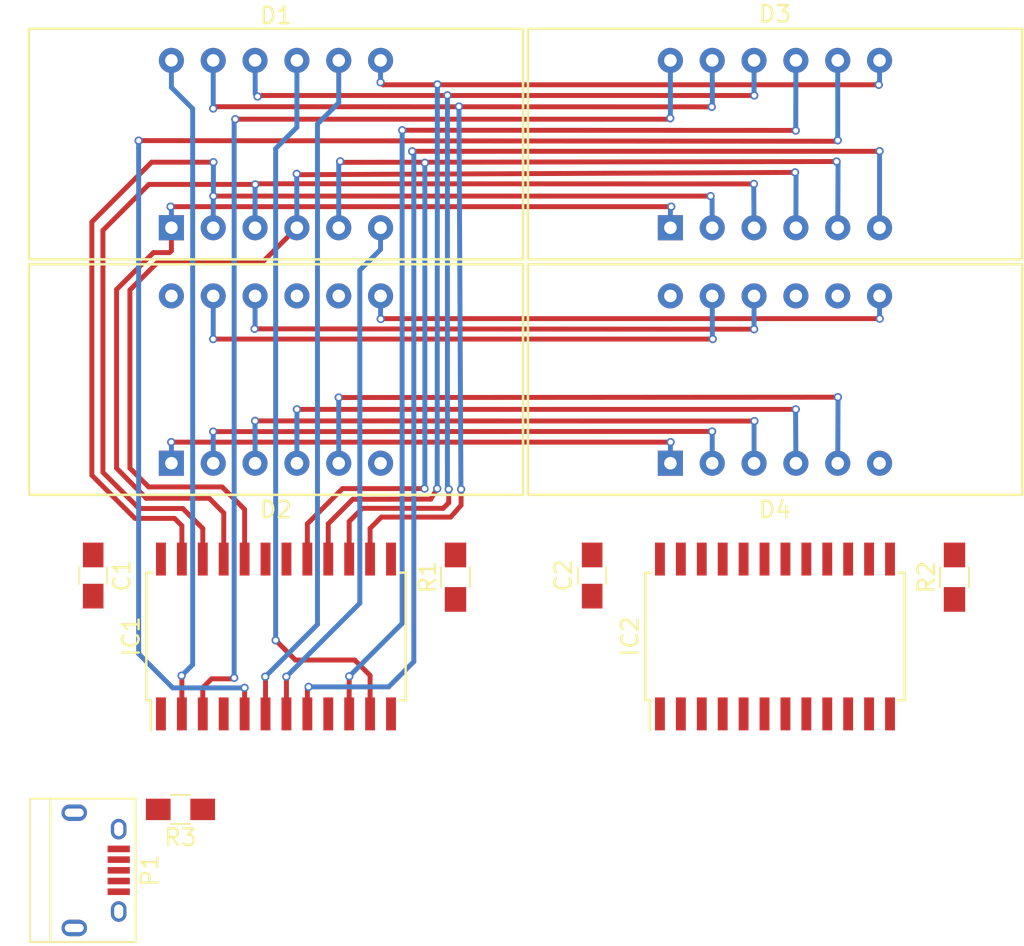
<source format=kicad_pcb>
(kicad_pcb (version 4) (host pcbnew 4.0.5)

  (general
    (links 69)
    (no_connects 37)
    (area 0 0 0 0)
    (thickness 1.6)
    (drawings 0)
    (tracks 261)
    (zones 0)
    (modules 12)
    (nets 47)
  )

  (page A4)
  (layers
    (0 F.Cu signal)
    (31 B.Cu signal)
    (32 B.Adhes user)
    (33 F.Adhes user)
    (34 B.Paste user)
    (35 F.Paste user)
    (36 B.SilkS user)
    (37 F.SilkS user)
    (38 B.Mask user)
    (39 F.Mask user)
    (40 Dwgs.User user)
    (41 Cmts.User user)
    (42 Eco1.User user)
    (43 Eco2.User user)
    (44 Edge.Cuts user)
    (45 Margin user)
    (46 B.CrtYd user)
    (47 F.CrtYd user)
    (48 B.Fab user)
    (49 F.Fab user)
  )

  (setup
    (last_trace_width 0.3)
    (trace_clearance 0.2)
    (zone_clearance 0.508)
    (zone_45_only no)
    (trace_min 0.2)
    (segment_width 0.2)
    (edge_width 0.15)
    (via_size 0.5)
    (via_drill 0.3)
    (via_min_size 0.4)
    (via_min_drill 0.3)
    (uvia_size 0.3)
    (uvia_drill 0.1)
    (uvias_allowed no)
    (uvia_min_size 0.2)
    (uvia_min_drill 0.1)
    (pcb_text_width 0.3)
    (pcb_text_size 1.5 1.5)
    (mod_edge_width 0.15)
    (mod_text_size 1 1)
    (mod_text_width 0.15)
    (pad_size 1.524 1.524)
    (pad_drill 0.762)
    (pad_to_mask_clearance 0.2)
    (aux_axis_origin 0 0)
    (visible_elements 7FFFFFFF)
    (pcbplotparams
      (layerselection 0x00030_80000001)
      (usegerberextensions false)
      (excludeedgelayer true)
      (linewidth 0.100000)
      (plotframeref false)
      (viasonmask false)
      (mode 1)
      (useauxorigin false)
      (hpglpennumber 1)
      (hpglpenspeed 20)
      (hpglpendiameter 15)
      (hpglpenoverlay 2)
      (psnegative false)
      (psa4output false)
      (plotreference true)
      (plotvalue true)
      (plotinvisibletext false)
      (padsonsilk false)
      (subtractmaskfromsilk false)
      (outputformat 1)
      (mirror false)
      (drillshape 1)
      (scaleselection 1)
      (outputdirectory ""))
  )

  (net 0 "")
  (net 1 /B_SEG_E)
  (net 2 /B_SEG_DP)
  (net 3 /B_SEG_D)
  (net 4 /B_SEG_C)
  (net 5 /B_SEG_G)
  (net 6 /B_DIG_3)
  (net 7 /B_SEG_F)
  (net 8 /B_SEG_A)
  (net 9 /B_DIG_0)
  (net 10 /B_DIG_1)
  (net 11 /B_DIG_2)
  (net 12 /B_SEG_B)
  (net 13 /S_SEG_E)
  (net 14 /S_SEG_DP)
  (net 15 /S_SEG_D)
  (net 16 /S_SEG_C)
  (net 17 /S_SEG_G)
  (net 18 /S_DIG_3)
  (net 19 /S_SEG_F)
  (net 20 /S_SEG_A)
  (net 21 /S_DIG_0)
  (net 22 /S_DIG_1)
  (net 23 /S_DIG_2)
  (net 24 /S_SEG_B)
  (net 25 /B_DIG_6)
  (net 26 /B_DIG_4)
  (net 27 /B_DIG_5)
  (net 28 /S_DIG_6)
  (net 29 /S_DIG_4)
  (net 30 /S_DIG_5)
  (net 31 "Net-(IC1-Pad1)")
  (net 32 GND)
  (net 33 /B_DIG_7)
  (net 34 "Net-(IC1-Pad12)")
  (net 35 "Net-(IC1-Pad13)")
  (net 36 "Net-(IC1-Pad18)")
  (net 37 "Net-(C1-Pad1)")
  (net 38 "Net-(IC1-Pad24)")
  (net 39 /S_DIG_7)
  (net 40 "Net-(IC2-Pad18)")
  (net 41 "Net-(IC2-Pad24)")
  (net 42 "Net-(P1-Pad1)")
  (net 43 "Net-(P1-Pad2)")
  (net 44 "Net-(P1-Pad3)")
  (net 45 "Net-(P1-Pad4)")
  (net 46 "Net-(P1-Pad6)")

  (net_class Default "Это класс цепей по умолчанию."
    (clearance 0.2)
    (trace_width 0.3)
    (via_dia 0.5)
    (via_drill 0.3)
    (uvia_dia 0.3)
    (uvia_drill 0.1)
    (add_net /B_DIG_0)
    (add_net /B_DIG_1)
    (add_net /B_DIG_2)
    (add_net /B_DIG_3)
    (add_net /B_DIG_4)
    (add_net /B_DIG_5)
    (add_net /B_DIG_6)
    (add_net /B_DIG_7)
    (add_net /B_SEG_A)
    (add_net /B_SEG_B)
    (add_net /B_SEG_C)
    (add_net /B_SEG_D)
    (add_net /B_SEG_DP)
    (add_net /B_SEG_E)
    (add_net /B_SEG_F)
    (add_net /B_SEG_G)
    (add_net /S_DIG_0)
    (add_net /S_DIG_1)
    (add_net /S_DIG_2)
    (add_net /S_DIG_3)
    (add_net /S_DIG_4)
    (add_net /S_DIG_5)
    (add_net /S_DIG_6)
    (add_net /S_DIG_7)
    (add_net /S_SEG_A)
    (add_net /S_SEG_B)
    (add_net /S_SEG_C)
    (add_net /S_SEG_D)
    (add_net /S_SEG_DP)
    (add_net /S_SEG_E)
    (add_net /S_SEG_F)
    (add_net /S_SEG_G)
    (add_net GND)
    (add_net "Net-(C1-Pad1)")
    (add_net "Net-(IC1-Pad1)")
    (add_net "Net-(IC1-Pad12)")
    (add_net "Net-(IC1-Pad13)")
    (add_net "Net-(IC1-Pad18)")
    (add_net "Net-(IC1-Pad24)")
    (add_net "Net-(IC2-Pad18)")
    (add_net "Net-(IC2-Pad24)")
    (add_net "Net-(P1-Pad1)")
    (add_net "Net-(P1-Pad2)")
    (add_net "Net-(P1-Pad3)")
    (add_net "Net-(P1-Pad4)")
    (add_net "Net-(P1-Pad6)")
  )

  (module "Karbo informer:SMA420364" (layer F.Cu) (tedit 66167733) (tstamp 66166676)
    (at 40.8 28.9)
    (path /66167059)
    (fp_text reference D1 (at 0 -7.8) (layer F.SilkS)
      (effects (font (size 1 1) (thickness 0.15)))
    )
    (fp_text value SMA420364 (at 1.4 0.3) (layer F.Fab)
      (effects (font (size 1 1) (thickness 0.15)))
    )
    (fp_line (start -15 -7) (end 15 -7) (layer F.SilkS) (width 0.15))
    (fp_line (start 15 -7) (end 15 7) (layer F.SilkS) (width 0.15))
    (fp_line (start 15 7) (end -15 7) (layer F.SilkS) (width 0.15))
    (fp_line (start -15 7) (end -15 -7) (layer F.SilkS) (width 0.15))
    (fp_line (start -15.1 -7.1) (end 15.1 -7.1) (layer F.CrtYd) (width 0.05))
    (fp_line (start 15.1 -7.1) (end 15.1 7.1) (layer F.CrtYd) (width 0.05))
    (fp_line (start 15.1 7.1) (end -15.1 7.1) (layer F.CrtYd) (width 0.05))
    (fp_line (start -15.1 7.1) (end -15.1 -7.1) (layer F.CrtYd) (width 0.05))
    (fp_line (start -15 -7) (end 15 -7) (layer F.Fab) (width 0.1))
    (fp_line (start 15 -7) (end 15 7) (layer F.Fab) (width 0.1))
    (fp_line (start 15 7) (end -15 7) (layer F.Fab) (width 0.1))
    (fp_line (start -15 7) (end -15 -7) (layer F.Fab) (width 0.1))
    (pad 1 thru_hole rect (at -6.35 5.08) (size 1.524 1.524) (drill 0.762) (layers *.Cu *.Mask)
      (net 1 /B_SEG_E))
    (pad 3 thru_hole circle (at -1.27 5.08) (size 1.524 1.524) (drill 0.762) (layers *.Cu *.Mask)
      (net 2 /B_SEG_DP))
    (pad 2 thru_hole circle (at -3.81 5.08) (size 1.524 1.524) (drill 0.762) (layers *.Cu *.Mask)
      (net 3 /B_SEG_D))
    (pad 4 thru_hole circle (at 1.27 5.08) (size 1.524 1.524) (drill 0.762) (layers *.Cu *.Mask)
      (net 4 /B_SEG_C))
    (pad 5 thru_hole circle (at 3.81 5.08) (size 1.524 1.524) (drill 0.762) (layers *.Cu *.Mask)
      (net 5 /B_SEG_G))
    (pad 6 thru_hole circle (at 6.35 5.08) (size 1.524 1.524) (drill 0.762) (layers *.Cu *.Mask)
      (net 6 /B_DIG_3))
    (pad 10 thru_hole circle (at -1.27 -5.08) (size 1.524 1.524) (drill 0.762) (layers *.Cu *.Mask)
      (net 7 /B_SEG_F))
    (pad 11 thru_hole circle (at -3.81 -5.08) (size 1.524 1.524) (drill 0.762) (layers *.Cu *.Mask)
      (net 8 /B_SEG_A))
    (pad 12 thru_hole circle (at -6.35 -5.08) (size 1.524 1.524) (drill 0.762) (layers *.Cu *.Mask)
      (net 9 /B_DIG_0))
    (pad 9 thru_hole circle (at 1.27 -5.08) (size 1.524 1.524) (drill 0.762) (layers *.Cu *.Mask)
      (net 10 /B_DIG_1))
    (pad 8 thru_hole circle (at 3.81 -5.08) (size 1.524 1.524) (drill 0.762) (layers *.Cu *.Mask)
      (net 11 /B_DIG_2))
    (pad 7 thru_hole circle (at 6.35 -5.08) (size 1.524 1.524) (drill 0.762) (layers *.Cu *.Mask)
      (net 12 /B_SEG_B))
  )

  (module "Karbo informer:SMA420364" (layer F.Cu) (tedit 66167747) (tstamp 66166692)
    (at 40.8 43.2)
    (path /66168F6F)
    (fp_text reference D2 (at 0 7.9) (layer F.SilkS)
      (effects (font (size 1 1) (thickness 0.15)))
    )
    (fp_text value SMA420364 (at -0.3 -0.3) (layer F.Fab)
      (effects (font (size 1 1) (thickness 0.15)))
    )
    (fp_line (start -15 -7) (end 15 -7) (layer F.SilkS) (width 0.15))
    (fp_line (start 15 -7) (end 15 7) (layer F.SilkS) (width 0.15))
    (fp_line (start 15 7) (end -15 7) (layer F.SilkS) (width 0.15))
    (fp_line (start -15 7) (end -15 -7) (layer F.SilkS) (width 0.15))
    (fp_line (start -15.1 -7.1) (end 15.1 -7.1) (layer F.CrtYd) (width 0.05))
    (fp_line (start 15.1 -7.1) (end 15.1 7.1) (layer F.CrtYd) (width 0.05))
    (fp_line (start 15.1 7.1) (end -15.1 7.1) (layer F.CrtYd) (width 0.05))
    (fp_line (start -15.1 7.1) (end -15.1 -7.1) (layer F.CrtYd) (width 0.05))
    (fp_line (start -15 -7) (end 15 -7) (layer F.Fab) (width 0.1))
    (fp_line (start 15 -7) (end 15 7) (layer F.Fab) (width 0.1))
    (fp_line (start 15 7) (end -15 7) (layer F.Fab) (width 0.1))
    (fp_line (start -15 7) (end -15 -7) (layer F.Fab) (width 0.1))
    (pad 1 thru_hole rect (at -6.35 5.08) (size 1.524 1.524) (drill 0.762) (layers *.Cu *.Mask)
      (net 13 /S_SEG_E))
    (pad 3 thru_hole circle (at -1.27 5.08) (size 1.524 1.524) (drill 0.762) (layers *.Cu *.Mask)
      (net 14 /S_SEG_DP))
    (pad 2 thru_hole circle (at -3.81 5.08) (size 1.524 1.524) (drill 0.762) (layers *.Cu *.Mask)
      (net 15 /S_SEG_D))
    (pad 4 thru_hole circle (at 1.27 5.08) (size 1.524 1.524) (drill 0.762) (layers *.Cu *.Mask)
      (net 16 /S_SEG_C))
    (pad 5 thru_hole circle (at 3.81 5.08) (size 1.524 1.524) (drill 0.762) (layers *.Cu *.Mask)
      (net 17 /S_SEG_G))
    (pad 6 thru_hole circle (at 6.35 5.08) (size 1.524 1.524) (drill 0.762) (layers *.Cu *.Mask)
      (net 18 /S_DIG_3))
    (pad 10 thru_hole circle (at -1.27 -5.08) (size 1.524 1.524) (drill 0.762) (layers *.Cu *.Mask)
      (net 19 /S_SEG_F))
    (pad 11 thru_hole circle (at -3.81 -5.08) (size 1.524 1.524) (drill 0.762) (layers *.Cu *.Mask)
      (net 20 /S_SEG_A))
    (pad 12 thru_hole circle (at -6.35 -5.08) (size 1.524 1.524) (drill 0.762) (layers *.Cu *.Mask)
      (net 21 /S_DIG_0))
    (pad 9 thru_hole circle (at 1.27 -5.08) (size 1.524 1.524) (drill 0.762) (layers *.Cu *.Mask)
      (net 22 /S_DIG_1))
    (pad 8 thru_hole circle (at 3.81 -5.08) (size 1.524 1.524) (drill 0.762) (layers *.Cu *.Mask)
      (net 23 /S_DIG_2))
    (pad 7 thru_hole circle (at 6.35 -5.08) (size 1.524 1.524) (drill 0.762) (layers *.Cu *.Mask)
      (net 24 /S_SEG_B))
  )

  (module "Karbo informer:SMA420364" (layer F.Cu) (tedit 66167729) (tstamp 661666AE)
    (at 71.1 28.9)
    (path /6616718B)
    (fp_text reference D3 (at 0 -7.9) (layer F.SilkS)
      (effects (font (size 1 1) (thickness 0.15)))
    )
    (fp_text value SMA420364 (at 0 -0.2) (layer F.Fab)
      (effects (font (size 1 1) (thickness 0.15)))
    )
    (fp_line (start -15 -7) (end 15 -7) (layer F.SilkS) (width 0.15))
    (fp_line (start 15 -7) (end 15 7) (layer F.SilkS) (width 0.15))
    (fp_line (start 15 7) (end -15 7) (layer F.SilkS) (width 0.15))
    (fp_line (start -15 7) (end -15 -7) (layer F.SilkS) (width 0.15))
    (fp_line (start -15.1 -7.1) (end 15.1 -7.1) (layer F.CrtYd) (width 0.05))
    (fp_line (start 15.1 -7.1) (end 15.1 7.1) (layer F.CrtYd) (width 0.05))
    (fp_line (start 15.1 7.1) (end -15.1 7.1) (layer F.CrtYd) (width 0.05))
    (fp_line (start -15.1 7.1) (end -15.1 -7.1) (layer F.CrtYd) (width 0.05))
    (fp_line (start -15 -7) (end 15 -7) (layer F.Fab) (width 0.1))
    (fp_line (start 15 -7) (end 15 7) (layer F.Fab) (width 0.1))
    (fp_line (start 15 7) (end -15 7) (layer F.Fab) (width 0.1))
    (fp_line (start -15 7) (end -15 -7) (layer F.Fab) (width 0.1))
    (pad 1 thru_hole rect (at -6.35 5.08) (size 1.524 1.524) (drill 0.762) (layers *.Cu *.Mask)
      (net 1 /B_SEG_E))
    (pad 3 thru_hole circle (at -1.27 5.08) (size 1.524 1.524) (drill 0.762) (layers *.Cu *.Mask)
      (net 2 /B_SEG_DP))
    (pad 2 thru_hole circle (at -3.81 5.08) (size 1.524 1.524) (drill 0.762) (layers *.Cu *.Mask)
      (net 3 /B_SEG_D))
    (pad 4 thru_hole circle (at 1.27 5.08) (size 1.524 1.524) (drill 0.762) (layers *.Cu *.Mask)
      (net 4 /B_SEG_C))
    (pad 5 thru_hole circle (at 3.81 5.08) (size 1.524 1.524) (drill 0.762) (layers *.Cu *.Mask)
      (net 5 /B_SEG_G))
    (pad 6 thru_hole circle (at 6.35 5.08) (size 1.524 1.524) (drill 0.762) (layers *.Cu *.Mask)
      (net 33 /B_DIG_7))
    (pad 10 thru_hole circle (at -1.27 -5.08) (size 1.524 1.524) (drill 0.762) (layers *.Cu *.Mask)
      (net 7 /B_SEG_F))
    (pad 11 thru_hole circle (at -3.81 -5.08) (size 1.524 1.524) (drill 0.762) (layers *.Cu *.Mask)
      (net 8 /B_SEG_A))
    (pad 12 thru_hole circle (at -6.35 -5.08) (size 1.524 1.524) (drill 0.762) (layers *.Cu *.Mask)
      (net 26 /B_DIG_4))
    (pad 9 thru_hole circle (at 1.27 -5.08) (size 1.524 1.524) (drill 0.762) (layers *.Cu *.Mask)
      (net 27 /B_DIG_5))
    (pad 8 thru_hole circle (at 3.81 -5.08) (size 1.524 1.524) (drill 0.762) (layers *.Cu *.Mask)
      (net 25 /B_DIG_6))
    (pad 7 thru_hole circle (at 6.35 -5.08) (size 1.524 1.524) (drill 0.762) (layers *.Cu *.Mask)
      (net 12 /B_SEG_B))
  )

  (module "Karbo informer:SMA420364" (layer F.Cu) (tedit 6616774D) (tstamp 661666CA)
    (at 71.1 43.2)
    (path /66168F75)
    (fp_text reference D4 (at 0 7.9) (layer F.SilkS)
      (effects (font (size 1 1) (thickness 0.15)))
    )
    (fp_text value SMA420364 (at -0.1 -0.3) (layer F.Fab)
      (effects (font (size 1 1) (thickness 0.15)))
    )
    (fp_line (start -15 -7) (end 15 -7) (layer F.SilkS) (width 0.15))
    (fp_line (start 15 -7) (end 15 7) (layer F.SilkS) (width 0.15))
    (fp_line (start 15 7) (end -15 7) (layer F.SilkS) (width 0.15))
    (fp_line (start -15 7) (end -15 -7) (layer F.SilkS) (width 0.15))
    (fp_line (start -15.1 -7.1) (end 15.1 -7.1) (layer F.CrtYd) (width 0.05))
    (fp_line (start 15.1 -7.1) (end 15.1 7.1) (layer F.CrtYd) (width 0.05))
    (fp_line (start 15.1 7.1) (end -15.1 7.1) (layer F.CrtYd) (width 0.05))
    (fp_line (start -15.1 7.1) (end -15.1 -7.1) (layer F.CrtYd) (width 0.05))
    (fp_line (start -15 -7) (end 15 -7) (layer F.Fab) (width 0.1))
    (fp_line (start 15 -7) (end 15 7) (layer F.Fab) (width 0.1))
    (fp_line (start 15 7) (end -15 7) (layer F.Fab) (width 0.1))
    (fp_line (start -15 7) (end -15 -7) (layer F.Fab) (width 0.1))
    (pad 1 thru_hole rect (at -6.35 5.08) (size 1.524 1.524) (drill 0.762) (layers *.Cu *.Mask)
      (net 13 /S_SEG_E))
    (pad 3 thru_hole circle (at -1.27 5.08) (size 1.524 1.524) (drill 0.762) (layers *.Cu *.Mask)
      (net 14 /S_SEG_DP))
    (pad 2 thru_hole circle (at -3.81 5.08) (size 1.524 1.524) (drill 0.762) (layers *.Cu *.Mask)
      (net 15 /S_SEG_D))
    (pad 4 thru_hole circle (at 1.27 5.08) (size 1.524 1.524) (drill 0.762) (layers *.Cu *.Mask)
      (net 16 /S_SEG_C))
    (pad 5 thru_hole circle (at 3.81 5.08) (size 1.524 1.524) (drill 0.762) (layers *.Cu *.Mask)
      (net 17 /S_SEG_G))
    (pad 6 thru_hole circle (at 6.35 5.08) (size 1.524 1.524) (drill 0.762) (layers *.Cu *.Mask)
      (net 39 /S_DIG_7))
    (pad 10 thru_hole circle (at -1.27 -5.08) (size 1.524 1.524) (drill 0.762) (layers *.Cu *.Mask)
      (net 19 /S_SEG_F))
    (pad 11 thru_hole circle (at -3.81 -5.08) (size 1.524 1.524) (drill 0.762) (layers *.Cu *.Mask)
      (net 20 /S_SEG_A))
    (pad 12 thru_hole circle (at -6.35 -5.08) (size 1.524 1.524) (drill 0.762) (layers *.Cu *.Mask)
      (net 29 /S_DIG_4))
    (pad 9 thru_hole circle (at 1.27 -5.08) (size 1.524 1.524) (drill 0.762) (layers *.Cu *.Mask)
      (net 30 /S_DIG_5))
    (pad 8 thru_hole circle (at 3.81 -5.08) (size 1.524 1.524) (drill 0.762) (layers *.Cu *.Mask)
      (net 28 /S_DIG_6))
    (pad 7 thru_hole circle (at 6.35 -5.08) (size 1.524 1.524) (drill 0.762) (layers *.Cu *.Mask)
      (net 24 /S_SEG_B))
  )

  (module Connectors:USB_Micro-B (layer F.Cu) (tedit 5543E447) (tstamp 661672C0)
    (at 29.9 73 270)
    (descr "Micro USB Type B Receptacle")
    (tags "USB USB_B USB_micro USB_OTG")
    (path /66171027)
    (attr smd)
    (fp_text reference P1 (at 0 -3.24 270) (layer F.SilkS)
      (effects (font (size 1 1) (thickness 0.15)))
    )
    (fp_text value USB_OTG (at 0 5.01 270) (layer F.Fab)
      (effects (font (size 1 1) (thickness 0.15)))
    )
    (fp_line (start -4.6 -2.59) (end 4.6 -2.59) (layer F.CrtYd) (width 0.05))
    (fp_line (start 4.6 -2.59) (end 4.6 4.26) (layer F.CrtYd) (width 0.05))
    (fp_line (start 4.6 4.26) (end -4.6 4.26) (layer F.CrtYd) (width 0.05))
    (fp_line (start -4.6 4.26) (end -4.6 -2.59) (layer F.CrtYd) (width 0.05))
    (fp_line (start -4.35 4.03) (end 4.35 4.03) (layer F.SilkS) (width 0.12))
    (fp_line (start -4.35 -2.38) (end 4.35 -2.38) (layer F.SilkS) (width 0.12))
    (fp_line (start 4.35 -2.38) (end 4.35 4.03) (layer F.SilkS) (width 0.12))
    (fp_line (start 4.35 2.8) (end -4.35 2.8) (layer F.SilkS) (width 0.12))
    (fp_line (start -4.35 4.03) (end -4.35 -2.38) (layer F.SilkS) (width 0.12))
    (pad 1 smd rect (at -1.3 -1.35) (size 1.35 0.4) (layers F.Cu F.Paste F.Mask)
      (net 42 "Net-(P1-Pad1)"))
    (pad 2 smd rect (at -0.65 -1.35) (size 1.35 0.4) (layers F.Cu F.Paste F.Mask)
      (net 43 "Net-(P1-Pad2)"))
    (pad 3 smd rect (at 0 -1.35) (size 1.35 0.4) (layers F.Cu F.Paste F.Mask)
      (net 44 "Net-(P1-Pad3)"))
    (pad 4 smd rect (at 0.65 -1.35) (size 1.35 0.4) (layers F.Cu F.Paste F.Mask)
      (net 45 "Net-(P1-Pad4)"))
    (pad 5 smd rect (at 1.3 -1.35) (size 1.35 0.4) (layers F.Cu F.Paste F.Mask)
      (net 32 GND))
    (pad 6 thru_hole oval (at -2.5 -1.35) (size 0.95 1.25) (drill oval 0.55 0.85) (layers *.Cu *.Mask)
      (net 46 "Net-(P1-Pad6)"))
    (pad 6 thru_hole oval (at 2.5 -1.35) (size 0.95 1.25) (drill oval 0.55 0.85) (layers *.Cu *.Mask)
      (net 46 "Net-(P1-Pad6)"))
    (pad 6 thru_hole oval (at -3.5 1.35) (size 1.55 1) (drill oval 1.15 0.5) (layers *.Cu *.Mask)
      (net 46 "Net-(P1-Pad6)"))
    (pad 6 thru_hole oval (at 3.5 1.35) (size 1.55 1) (drill oval 1.15 0.5) (layers *.Cu *.Mask)
      (net 46 "Net-(P1-Pad6)"))
  )

  (module Resistors_SMD:R_0805_HandSoldering (layer F.Cu) (tedit 58E0A804) (tstamp 661673EF)
    (at 51.7 55.2 90)
    (descr "Resistor SMD 0805, hand soldering")
    (tags "resistor 0805")
    (path /6616DE3E)
    (attr smd)
    (fp_text reference R1 (at 0 -1.7 90) (layer F.SilkS)
      (effects (font (size 1 1) (thickness 0.15)))
    )
    (fp_text value R (at 0 1.75 90) (layer F.Fab)
      (effects (font (size 1 1) (thickness 0.15)))
    )
    (fp_text user %R (at 0 0 90) (layer F.Fab)
      (effects (font (size 0.5 0.5) (thickness 0.075)))
    )
    (fp_line (start -1 0.62) (end -1 -0.62) (layer F.Fab) (width 0.1))
    (fp_line (start 1 0.62) (end -1 0.62) (layer F.Fab) (width 0.1))
    (fp_line (start 1 -0.62) (end 1 0.62) (layer F.Fab) (width 0.1))
    (fp_line (start -1 -0.62) (end 1 -0.62) (layer F.Fab) (width 0.1))
    (fp_line (start 0.6 0.88) (end -0.6 0.88) (layer F.SilkS) (width 0.12))
    (fp_line (start -0.6 -0.88) (end 0.6 -0.88) (layer F.SilkS) (width 0.12))
    (fp_line (start -2.35 -0.9) (end 2.35 -0.9) (layer F.CrtYd) (width 0.05))
    (fp_line (start -2.35 -0.9) (end -2.35 0.9) (layer F.CrtYd) (width 0.05))
    (fp_line (start 2.35 0.9) (end 2.35 -0.9) (layer F.CrtYd) (width 0.05))
    (fp_line (start 2.35 0.9) (end -2.35 0.9) (layer F.CrtYd) (width 0.05))
    (pad 1 smd rect (at -1.35 0 90) (size 1.5 1.3) (layers F.Cu F.Paste F.Mask)
      (net 36 "Net-(IC1-Pad18)"))
    (pad 2 smd rect (at 1.35 0 90) (size 1.5 1.3) (layers F.Cu F.Paste F.Mask)
      (net 37 "Net-(C1-Pad1)"))
    (model ${KISYS3DMOD}/Resistors_SMD.3dshapes/R_0805.wrl
      (at (xyz 0 0 0))
      (scale (xyz 1 1 1))
      (rotate (xyz 0 0 0))
    )
  )

  (module Resistors_SMD:R_0805_HandSoldering (layer F.Cu) (tedit 58E0A804) (tstamp 66167400)
    (at 82 55.2 90)
    (descr "Resistor SMD 0805, hand soldering")
    (tags "resistor 0805")
    (path /6616DDE6)
    (attr smd)
    (fp_text reference R2 (at 0 -1.7 90) (layer F.SilkS)
      (effects (font (size 1 1) (thickness 0.15)))
    )
    (fp_text value R (at 0 1.75 90) (layer F.Fab)
      (effects (font (size 1 1) (thickness 0.15)))
    )
    (fp_text user %R (at 0 0 90) (layer F.Fab)
      (effects (font (size 0.5 0.5) (thickness 0.075)))
    )
    (fp_line (start -1 0.62) (end -1 -0.62) (layer F.Fab) (width 0.1))
    (fp_line (start 1 0.62) (end -1 0.62) (layer F.Fab) (width 0.1))
    (fp_line (start 1 -0.62) (end 1 0.62) (layer F.Fab) (width 0.1))
    (fp_line (start -1 -0.62) (end 1 -0.62) (layer F.Fab) (width 0.1))
    (fp_line (start 0.6 0.88) (end -0.6 0.88) (layer F.SilkS) (width 0.12))
    (fp_line (start -0.6 -0.88) (end 0.6 -0.88) (layer F.SilkS) (width 0.12))
    (fp_line (start -2.35 -0.9) (end 2.35 -0.9) (layer F.CrtYd) (width 0.05))
    (fp_line (start -2.35 -0.9) (end -2.35 0.9) (layer F.CrtYd) (width 0.05))
    (fp_line (start 2.35 0.9) (end 2.35 -0.9) (layer F.CrtYd) (width 0.05))
    (fp_line (start 2.35 0.9) (end -2.35 0.9) (layer F.CrtYd) (width 0.05))
    (pad 1 smd rect (at -1.35 0 90) (size 1.5 1.3) (layers F.Cu F.Paste F.Mask)
      (net 37 "Net-(C1-Pad1)"))
    (pad 2 smd rect (at 1.35 0 90) (size 1.5 1.3) (layers F.Cu F.Paste F.Mask)
      (net 40 "Net-(IC2-Pad18)"))
    (model ${KISYS3DMOD}/Resistors_SMD.3dshapes/R_0805.wrl
      (at (xyz 0 0 0))
      (scale (xyz 1 1 1))
      (rotate (xyz 0 0 0))
    )
  )

  (module Resistors_SMD:R_0805_HandSoldering (layer F.Cu) (tedit 58E0A804) (tstamp 66167411)
    (at 35 69.3 180)
    (descr "Resistor SMD 0805, hand soldering")
    (tags "resistor 0805")
    (path /66172084)
    (attr smd)
    (fp_text reference R3 (at 0 -1.7 180) (layer F.SilkS)
      (effects (font (size 1 1) (thickness 0.15)))
    )
    (fp_text value "0 ohm" (at 0 1.75 180) (layer F.Fab)
      (effects (font (size 1 1) (thickness 0.15)))
    )
    (fp_text user %R (at 0 0 180) (layer F.Fab)
      (effects (font (size 0.5 0.5) (thickness 0.075)))
    )
    (fp_line (start -1 0.62) (end -1 -0.62) (layer F.Fab) (width 0.1))
    (fp_line (start 1 0.62) (end -1 0.62) (layer F.Fab) (width 0.1))
    (fp_line (start 1 -0.62) (end 1 0.62) (layer F.Fab) (width 0.1))
    (fp_line (start -1 -0.62) (end 1 -0.62) (layer F.Fab) (width 0.1))
    (fp_line (start 0.6 0.88) (end -0.6 0.88) (layer F.SilkS) (width 0.12))
    (fp_line (start -0.6 -0.88) (end 0.6 -0.88) (layer F.SilkS) (width 0.12))
    (fp_line (start -2.35 -0.9) (end 2.35 -0.9) (layer F.CrtYd) (width 0.05))
    (fp_line (start -2.35 -0.9) (end -2.35 0.9) (layer F.CrtYd) (width 0.05))
    (fp_line (start 2.35 0.9) (end 2.35 -0.9) (layer F.CrtYd) (width 0.05))
    (fp_line (start 2.35 0.9) (end -2.35 0.9) (layer F.CrtYd) (width 0.05))
    (pad 1 smd rect (at -1.35 0 180) (size 1.5 1.3) (layers F.Cu F.Paste F.Mask)
      (net 37 "Net-(C1-Pad1)"))
    (pad 2 smd rect (at 1.35 0 180) (size 1.5 1.3) (layers F.Cu F.Paste F.Mask)
      (net 42 "Net-(P1-Pad1)"))
    (model ${KISYS3DMOD}/Resistors_SMD.3dshapes/R_0805.wrl
      (at (xyz 0 0 0))
      (scale (xyz 1 1 1))
      (rotate (xyz 0 0 0))
    )
  )

  (module Capacitors_SMD:C_0805_HandSoldering (layer F.Cu) (tedit 58AA84A8) (tstamp 66167432)
    (at 29.7 55.1 270)
    (descr "Capacitor SMD 0805, hand soldering")
    (tags "capacitor 0805")
    (path /6616FE44)
    (attr smd)
    (fp_text reference C1 (at 0 -1.75 270) (layer F.SilkS)
      (effects (font (size 1 1) (thickness 0.15)))
    )
    (fp_text value C (at 0 1.75 270) (layer F.Fab)
      (effects (font (size 1 1) (thickness 0.15)))
    )
    (fp_text user %R (at 0 -1.75 270) (layer F.Fab)
      (effects (font (size 1 1) (thickness 0.15)))
    )
    (fp_line (start -1 0.62) (end -1 -0.62) (layer F.Fab) (width 0.1))
    (fp_line (start 1 0.62) (end -1 0.62) (layer F.Fab) (width 0.1))
    (fp_line (start 1 -0.62) (end 1 0.62) (layer F.Fab) (width 0.1))
    (fp_line (start -1 -0.62) (end 1 -0.62) (layer F.Fab) (width 0.1))
    (fp_line (start 0.5 -0.85) (end -0.5 -0.85) (layer F.SilkS) (width 0.12))
    (fp_line (start -0.5 0.85) (end 0.5 0.85) (layer F.SilkS) (width 0.12))
    (fp_line (start -2.25 -0.88) (end 2.25 -0.88) (layer F.CrtYd) (width 0.05))
    (fp_line (start -2.25 -0.88) (end -2.25 0.87) (layer F.CrtYd) (width 0.05))
    (fp_line (start 2.25 0.87) (end 2.25 -0.88) (layer F.CrtYd) (width 0.05))
    (fp_line (start 2.25 0.87) (end -2.25 0.87) (layer F.CrtYd) (width 0.05))
    (pad 1 smd rect (at -1.25 0 270) (size 1.5 1.25) (layers F.Cu F.Paste F.Mask)
      (net 37 "Net-(C1-Pad1)"))
    (pad 2 smd rect (at 1.25 0 270) (size 1.5 1.25) (layers F.Cu F.Paste F.Mask)
      (net 32 GND))
    (model Capacitors_SMD.3dshapes/C_0805.wrl
      (at (xyz 0 0 0))
      (scale (xyz 1 1 1))
      (rotate (xyz 0 0 0))
    )
  )

  (module Capacitors_SMD:C_0805_HandSoldering (layer F.Cu) (tedit 58AA84A8) (tstamp 66167443)
    (at 60 55.1 90)
    (descr "Capacitor SMD 0805, hand soldering")
    (tags "capacitor 0805")
    (path /6616FACA)
    (attr smd)
    (fp_text reference C2 (at 0 -1.75 90) (layer F.SilkS)
      (effects (font (size 1 1) (thickness 0.15)))
    )
    (fp_text value C (at 0 1.75 90) (layer F.Fab)
      (effects (font (size 1 1) (thickness 0.15)))
    )
    (fp_text user %R (at 0 -1.75 90) (layer F.Fab)
      (effects (font (size 1 1) (thickness 0.15)))
    )
    (fp_line (start -1 0.62) (end -1 -0.62) (layer F.Fab) (width 0.1))
    (fp_line (start 1 0.62) (end -1 0.62) (layer F.Fab) (width 0.1))
    (fp_line (start 1 -0.62) (end 1 0.62) (layer F.Fab) (width 0.1))
    (fp_line (start -1 -0.62) (end 1 -0.62) (layer F.Fab) (width 0.1))
    (fp_line (start 0.5 -0.85) (end -0.5 -0.85) (layer F.SilkS) (width 0.12))
    (fp_line (start -0.5 0.85) (end 0.5 0.85) (layer F.SilkS) (width 0.12))
    (fp_line (start -2.25 -0.88) (end 2.25 -0.88) (layer F.CrtYd) (width 0.05))
    (fp_line (start -2.25 -0.88) (end -2.25 0.87) (layer F.CrtYd) (width 0.05))
    (fp_line (start 2.25 0.87) (end 2.25 -0.88) (layer F.CrtYd) (width 0.05))
    (fp_line (start 2.25 0.87) (end -2.25 0.87) (layer F.CrtYd) (width 0.05))
    (pad 1 smd rect (at -1.25 0 90) (size 1.5 1.25) (layers F.Cu F.Paste F.Mask)
      (net 37 "Net-(C1-Pad1)"))
    (pad 2 smd rect (at 1.25 0 90) (size 1.5 1.25) (layers F.Cu F.Paste F.Mask)
      (net 32 GND))
    (model Capacitors_SMD.3dshapes/C_0805.wrl
      (at (xyz 0 0 0))
      (scale (xyz 1 1 1))
      (rotate (xyz 0 0 0))
    )
  )

  (module Housings_SOIC:SOIC-24W_7.5x15.4mm_Pitch1.27mm (layer F.Cu) (tedit 58CC8F64) (tstamp 66167818)
    (at 40.8 58.8 90)
    (descr "24-Lead Plastic Small Outline (SO) - Wide, 7.50 mm Body [SOIC] (see Microchip Packaging Specification 00000049BS.pdf)")
    (tags "SOIC 1.27")
    (path /66169DBF)
    (attr smd)
    (fp_text reference IC1 (at 0 -8.8 90) (layer F.SilkS)
      (effects (font (size 1 1) (thickness 0.15)))
    )
    (fp_text value MAX7219 (at 0 8.8 90) (layer F.Fab)
      (effects (font (size 1 1) (thickness 0.15)))
    )
    (fp_text user %R (at 0 0 90) (layer F.Fab)
      (effects (font (size 1 1) (thickness 0.15)))
    )
    (fp_line (start -2.75 -7.7) (end 3.75 -7.7) (layer F.Fab) (width 0.15))
    (fp_line (start 3.75 -7.7) (end 3.75 7.7) (layer F.Fab) (width 0.15))
    (fp_line (start 3.75 7.7) (end -3.75 7.7) (layer F.Fab) (width 0.15))
    (fp_line (start -3.75 7.7) (end -3.75 -6.7) (layer F.Fab) (width 0.15))
    (fp_line (start -3.75 -6.7) (end -2.75 -7.7) (layer F.Fab) (width 0.15))
    (fp_line (start -5.95 -8.05) (end -5.95 8.05) (layer F.CrtYd) (width 0.05))
    (fp_line (start 5.95 -8.05) (end 5.95 8.05) (layer F.CrtYd) (width 0.05))
    (fp_line (start -5.95 -8.05) (end 5.95 -8.05) (layer F.CrtYd) (width 0.05))
    (fp_line (start -5.95 8.05) (end 5.95 8.05) (layer F.CrtYd) (width 0.05))
    (fp_line (start -3.875 -7.875) (end -3.875 -7.6) (layer F.SilkS) (width 0.15))
    (fp_line (start 3.875 -7.875) (end 3.875 -7.51) (layer F.SilkS) (width 0.15))
    (fp_line (start 3.875 7.875) (end 3.875 7.51) (layer F.SilkS) (width 0.15))
    (fp_line (start -3.875 7.875) (end -3.875 7.51) (layer F.SilkS) (width 0.15))
    (fp_line (start -3.875 -7.875) (end 3.875 -7.875) (layer F.SilkS) (width 0.15))
    (fp_line (start -3.875 7.875) (end 3.875 7.875) (layer F.SilkS) (width 0.15))
    (fp_line (start -3.875 -7.6) (end -5.7 -7.6) (layer F.SilkS) (width 0.15))
    (pad 1 smd rect (at -4.7 -6.985 90) (size 2 0.6) (layers F.Cu F.Paste F.Mask)
      (net 31 "Net-(IC1-Pad1)"))
    (pad 2 smd rect (at -4.7 -5.715 90) (size 2 0.6) (layers F.Cu F.Paste F.Mask)
      (net 9 /B_DIG_0))
    (pad 3 smd rect (at -4.7 -4.445 90) (size 2 0.6) (layers F.Cu F.Paste F.Mask)
      (net 26 /B_DIG_4))
    (pad 4 smd rect (at -4.7 -3.175 90) (size 2 0.6) (layers F.Cu F.Paste F.Mask)
      (net 32 GND))
    (pad 5 smd rect (at -4.7 -1.905 90) (size 2 0.6) (layers F.Cu F.Paste F.Mask)
      (net 25 /B_DIG_6))
    (pad 6 smd rect (at -4.7 -0.635 90) (size 2 0.6) (layers F.Cu F.Paste F.Mask)
      (net 11 /B_DIG_2))
    (pad 7 smd rect (at -4.7 0.635 90) (size 2 0.6) (layers F.Cu F.Paste F.Mask)
      (net 6 /B_DIG_3))
    (pad 8 smd rect (at -4.7 1.905 90) (size 2 0.6) (layers F.Cu F.Paste F.Mask)
      (net 33 /B_DIG_7))
    (pad 9 smd rect (at -4.7 3.175 90) (size 2 0.6) (layers F.Cu F.Paste F.Mask)
      (net 32 GND))
    (pad 10 smd rect (at -4.7 4.445 90) (size 2 0.6) (layers F.Cu F.Paste F.Mask)
      (net 27 /B_DIG_5))
    (pad 11 smd rect (at -4.7 5.715 90) (size 2 0.6) (layers F.Cu F.Paste F.Mask)
      (net 10 /B_DIG_1))
    (pad 12 smd rect (at -4.7 6.985 90) (size 2 0.6) (layers F.Cu F.Paste F.Mask)
      (net 34 "Net-(IC1-Pad12)"))
    (pad 13 smd rect (at 4.7 6.985 90) (size 2 0.6) (layers F.Cu F.Paste F.Mask)
      (net 35 "Net-(IC1-Pad13)"))
    (pad 14 smd rect (at 4.7 5.715 90) (size 2 0.6) (layers F.Cu F.Paste F.Mask)
      (net 8 /B_SEG_A))
    (pad 15 smd rect (at 4.7 4.445 90) (size 2 0.6) (layers F.Cu F.Paste F.Mask)
      (net 7 /B_SEG_F))
    (pad 16 smd rect (at 4.7 3.175 90) (size 2 0.6) (layers F.Cu F.Paste F.Mask)
      (net 12 /B_SEG_B))
    (pad 17 smd rect (at 4.7 1.905 90) (size 2 0.6) (layers F.Cu F.Paste F.Mask)
      (net 5 /B_SEG_G))
    (pad 18 smd rect (at 4.7 0.635 90) (size 2 0.6) (layers F.Cu F.Paste F.Mask)
      (net 36 "Net-(IC1-Pad18)"))
    (pad 19 smd rect (at 4.7 -0.635 90) (size 2 0.6) (layers F.Cu F.Paste F.Mask)
      (net 37 "Net-(C1-Pad1)"))
    (pad 20 smd rect (at 4.7 -1.905 90) (size 2 0.6) (layers F.Cu F.Paste F.Mask)
      (net 4 /B_SEG_C))
    (pad 21 smd rect (at 4.7 -3.175 90) (size 2 0.6) (layers F.Cu F.Paste F.Mask)
      (net 1 /B_SEG_E))
    (pad 22 smd rect (at 4.7 -4.445 90) (size 2 0.6) (layers F.Cu F.Paste F.Mask)
      (net 2 /B_SEG_DP))
    (pad 23 smd rect (at 4.7 -5.715 90) (size 2 0.6) (layers F.Cu F.Paste F.Mask)
      (net 3 /B_SEG_D))
    (pad 24 smd rect (at 4.7 -6.985 90) (size 2 0.6) (layers F.Cu F.Paste F.Mask)
      (net 38 "Net-(IC1-Pad24)"))
    (model ${KISYS3DMOD}/Housings_SOIC.3dshapes/SOIC-24W_7.5x15.4mm_Pitch1.27mm.wrl
      (at (xyz 0 0 0))
      (scale (xyz 1 1 1))
      (rotate (xyz 0 0 0))
    )
  )

  (module Housings_SOIC:SOIC-24W_7.5x15.4mm_Pitch1.27mm (layer F.Cu) (tedit 58CC8F64) (tstamp 66167844)
    (at 71.1 58.8 90)
    (descr "24-Lead Plastic Small Outline (SO) - Wide, 7.50 mm Body [SOIC] (see Microchip Packaging Specification 00000049BS.pdf)")
    (tags "SOIC 1.27")
    (path /66169E4F)
    (attr smd)
    (fp_text reference IC2 (at 0 -8.8 90) (layer F.SilkS)
      (effects (font (size 1 1) (thickness 0.15)))
    )
    (fp_text value MAX7219 (at 0 8.8 90) (layer F.Fab)
      (effects (font (size 1 1) (thickness 0.15)))
    )
    (fp_text user %R (at 0 0 90) (layer F.Fab)
      (effects (font (size 1 1) (thickness 0.15)))
    )
    (fp_line (start -2.75 -7.7) (end 3.75 -7.7) (layer F.Fab) (width 0.15))
    (fp_line (start 3.75 -7.7) (end 3.75 7.7) (layer F.Fab) (width 0.15))
    (fp_line (start 3.75 7.7) (end -3.75 7.7) (layer F.Fab) (width 0.15))
    (fp_line (start -3.75 7.7) (end -3.75 -6.7) (layer F.Fab) (width 0.15))
    (fp_line (start -3.75 -6.7) (end -2.75 -7.7) (layer F.Fab) (width 0.15))
    (fp_line (start -5.95 -8.05) (end -5.95 8.05) (layer F.CrtYd) (width 0.05))
    (fp_line (start 5.95 -8.05) (end 5.95 8.05) (layer F.CrtYd) (width 0.05))
    (fp_line (start -5.95 -8.05) (end 5.95 -8.05) (layer F.CrtYd) (width 0.05))
    (fp_line (start -5.95 8.05) (end 5.95 8.05) (layer F.CrtYd) (width 0.05))
    (fp_line (start -3.875 -7.875) (end -3.875 -7.6) (layer F.SilkS) (width 0.15))
    (fp_line (start 3.875 -7.875) (end 3.875 -7.51) (layer F.SilkS) (width 0.15))
    (fp_line (start 3.875 7.875) (end 3.875 7.51) (layer F.SilkS) (width 0.15))
    (fp_line (start -3.875 7.875) (end -3.875 7.51) (layer F.SilkS) (width 0.15))
    (fp_line (start -3.875 -7.875) (end 3.875 -7.875) (layer F.SilkS) (width 0.15))
    (fp_line (start -3.875 7.875) (end 3.875 7.875) (layer F.SilkS) (width 0.15))
    (fp_line (start -3.875 -7.6) (end -5.7 -7.6) (layer F.SilkS) (width 0.15))
    (pad 1 smd rect (at -4.7 -6.985 90) (size 2 0.6) (layers F.Cu F.Paste F.Mask)
      (net 38 "Net-(IC1-Pad24)"))
    (pad 2 smd rect (at -4.7 -5.715 90) (size 2 0.6) (layers F.Cu F.Paste F.Mask)
      (net 21 /S_DIG_0))
    (pad 3 smd rect (at -4.7 -4.445 90) (size 2 0.6) (layers F.Cu F.Paste F.Mask)
      (net 29 /S_DIG_4))
    (pad 4 smd rect (at -4.7 -3.175 90) (size 2 0.6) (layers F.Cu F.Paste F.Mask)
      (net 32 GND))
    (pad 5 smd rect (at -4.7 -1.905 90) (size 2 0.6) (layers F.Cu F.Paste F.Mask)
      (net 28 /S_DIG_6))
    (pad 6 smd rect (at -4.7 -0.635 90) (size 2 0.6) (layers F.Cu F.Paste F.Mask)
      (net 23 /S_DIG_2))
    (pad 7 smd rect (at -4.7 0.635 90) (size 2 0.6) (layers F.Cu F.Paste F.Mask)
      (net 18 /S_DIG_3))
    (pad 8 smd rect (at -4.7 1.905 90) (size 2 0.6) (layers F.Cu F.Paste F.Mask)
      (net 39 /S_DIG_7))
    (pad 9 smd rect (at -4.7 3.175 90) (size 2 0.6) (layers F.Cu F.Paste F.Mask)
      (net 32 GND))
    (pad 10 smd rect (at -4.7 4.445 90) (size 2 0.6) (layers F.Cu F.Paste F.Mask)
      (net 30 /S_DIG_5))
    (pad 11 smd rect (at -4.7 5.715 90) (size 2 0.6) (layers F.Cu F.Paste F.Mask)
      (net 22 /S_DIG_1))
    (pad 12 smd rect (at -4.7 6.985 90) (size 2 0.6) (layers F.Cu F.Paste F.Mask)
      (net 34 "Net-(IC1-Pad12)"))
    (pad 13 smd rect (at 4.7 6.985 90) (size 2 0.6) (layers F.Cu F.Paste F.Mask)
      (net 35 "Net-(IC1-Pad13)"))
    (pad 14 smd rect (at 4.7 5.715 90) (size 2 0.6) (layers F.Cu F.Paste F.Mask)
      (net 20 /S_SEG_A))
    (pad 15 smd rect (at 4.7 4.445 90) (size 2 0.6) (layers F.Cu F.Paste F.Mask)
      (net 19 /S_SEG_F))
    (pad 16 smd rect (at 4.7 3.175 90) (size 2 0.6) (layers F.Cu F.Paste F.Mask)
      (net 24 /S_SEG_B))
    (pad 17 smd rect (at 4.7 1.905 90) (size 2 0.6) (layers F.Cu F.Paste F.Mask)
      (net 17 /S_SEG_G))
    (pad 18 smd rect (at 4.7 0.635 90) (size 2 0.6) (layers F.Cu F.Paste F.Mask)
      (net 40 "Net-(IC2-Pad18)"))
    (pad 19 smd rect (at 4.7 -0.635 90) (size 2 0.6) (layers F.Cu F.Paste F.Mask)
      (net 37 "Net-(C1-Pad1)"))
    (pad 20 smd rect (at 4.7 -1.905 90) (size 2 0.6) (layers F.Cu F.Paste F.Mask)
      (net 16 /S_SEG_C))
    (pad 21 smd rect (at 4.7 -3.175 90) (size 2 0.6) (layers F.Cu F.Paste F.Mask)
      (net 13 /S_SEG_E))
    (pad 22 smd rect (at 4.7 -4.445 90) (size 2 0.6) (layers F.Cu F.Paste F.Mask)
      (net 14 /S_SEG_DP))
    (pad 23 smd rect (at 4.7 -5.715 90) (size 2 0.6) (layers F.Cu F.Paste F.Mask)
      (net 15 /S_SEG_D))
    (pad 24 smd rect (at 4.7 -6.985 90) (size 2 0.6) (layers F.Cu F.Paste F.Mask)
      (net 41 "Net-(IC2-Pad24)"))
    (model ${KISYS3DMOD}/Housings_SOIC.3dshapes/SOIC-24W_7.5x15.4mm_Pitch1.27mm.wrl
      (at (xyz 0 0 0))
      (scale (xyz 1 1 1))
      (rotate (xyz 0 0 0))
    )
  )

  (segment (start 37.625 54.1) (end 37.63 51.3) (width 0.3) (layer F.Cu) (net 1) (status 400000))
  (segment (start 34.45 35.38) (end 34.45 33.98) (width 0.3) (layer F.Cu) (net 1) (tstamp 6616B431) (status 800000))
  (segment (start 34.34 35.49) (end 34.45 35.38) (width 0.3) (layer F.Cu) (net 1) (tstamp 6616B425))
  (segment (start 33.36 35.49) (end 34.34 35.49) (width 0.3) (layer F.Cu) (net 1) (tstamp 6616B424))
  (segment (start 31.12 37.73) (end 33.36 35.49) (width 0.3) (layer F.Cu) (net 1) (tstamp 6616B412))
  (segment (start 31.12 48.58) (end 31.12 37.73) (width 0.3) (layer F.Cu) (net 1) (tstamp 6616B3FD))
  (segment (start 32.92 50.41) (end 31.12 48.58) (width 0.3) (layer F.Cu) (net 1) (tstamp 6616B3F8))
  (segment (start 36.75 50.41) (end 32.92 50.41) (width 0.3) (layer F.Cu) (net 1) (tstamp 6616B3F5))
  (segment (start 37.63 51.3) (end 36.75 50.41) (width 0.3) (layer F.Cu) (net 1) (tstamp 6616B3F2))
  (segment (start 34.45 33.98) (end 34.45 32.75) (width 0.3) (layer B.Cu) (net 1))
  (segment (start 64.75 32.75) (end 64.75 33.98) (width 0.3) (layer B.Cu) (net 1) (tstamp 66168FE1))
  (segment (start 64.8 32.7) (end 64.75 32.75) (width 0.3) (layer B.Cu) (net 1) (tstamp 66168FE0))
  (via (at 64.8 32.7) (size 0.5) (drill 0.3) (layers F.Cu B.Cu) (net 1))
  (segment (start 34.4 32.7) (end 64.8 32.7) (width 0.3) (layer F.Cu) (net 1) (tstamp 66168FDB))
  (segment (start 34.4 32.7) (end 34.4 32.7) (width 0.3) (layer F.Cu) (net 1) (tstamp 66168FDA))
  (via (at 34.4 32.7) (size 0.5) (drill 0.3) (layers F.Cu B.Cu) (net 1))
  (segment (start 32.5 51.02) (end 32.48 51.02) (width 0.3) (layer F.Cu) (net 2))
  (segment (start 36.355 52.245) (end 35.14 51.03) (width 0.3) (layer F.Cu) (net 2) (tstamp 6616B4BF))
  (segment (start 35.14 51.03) (end 32.51 51.03) (width 0.3) (layer F.Cu) (net 2) (tstamp 6616B4C2))
  (segment (start 32.51 51.03) (end 32.5 51.02) (width 0.3) (layer F.Cu) (net 2) (tstamp 6616B4CC))
  (segment (start 36.355 54.1) (end 36.355 52.245) (width 0.3) (layer F.Cu) (net 2) (status 400000))
  (segment (start 33.08 31.35) (end 39.54 31.35) (width 0.3) (layer F.Cu) (net 2) (tstamp 6616B501))
  (segment (start 30.29 34.14) (end 33.08 31.35) (width 0.3) (layer F.Cu) (net 2) (tstamp 6616B4FE))
  (segment (start 30.29 48.83) (end 30.29 34.14) (width 0.3) (layer F.Cu) (net 2) (tstamp 6616B4F2))
  (segment (start 32.48 51.02) (end 30.29 48.83) (width 0.3) (layer F.Cu) (net 2) (tstamp 6616B4EB))
  (segment (start 39.53 33.98) (end 39.53 31.36) (width 0.3) (layer B.Cu) (net 2))
  (segment (start 69.81 31.33) (end 69.83 33.98) (width 0.3) (layer B.Cu) (net 2) (tstamp 661690BF))
  (segment (start 69.82 31.32) (end 69.81 31.33) (width 0.3) (layer B.Cu) (net 2) (tstamp 661690BE))
  (via (at 69.82 31.32) (size 0.5) (drill 0.3) (layers F.Cu B.Cu) (net 2))
  (segment (start 39.58 31.31) (end 69.82 31.32) (width 0.3) (layer F.Cu) (net 2) (tstamp 661690B8))
  (segment (start 39.54 31.35) (end 39.58 31.31) (width 0.3) (layer F.Cu) (net 2) (tstamp 661690B7))
  (via (at 39.54 31.35) (size 0.5) (drill 0.3) (layers F.Cu B.Cu) (net 2))
  (segment (start 39.53 31.36) (end 39.54 31.35) (width 0.3) (layer B.Cu) (net 2) (tstamp 661690B3))
  (via (at 37 30) (size 0.5) (drill 0.3) (layers F.Cu B.Cu) (net 3))
  (via (at 37 32.06) (size 0.5) (drill 0.3) (layers F.Cu B.Cu) (net 3))
  (segment (start 37 32.06) (end 67.19 32.06) (width 0.3) (layer F.Cu) (net 3) (tstamp 66169034))
  (via (at 67.19 32.06) (size 0.5) (drill 0.3) (layers F.Cu B.Cu) (net 3))
  (segment (start 67.19 32.06) (end 67.28 32.15) (width 0.3) (layer B.Cu) (net 3) (tstamp 6616903E))
  (segment (start 67.29 33.98) (end 67.28 32.15) (width 0.3) (layer B.Cu) (net 3) (tstamp 6616903F))
  (segment (start 35.085 52.075) (end 34.64 51.63) (width 0.3) (layer F.Cu) (net 3) (tstamp 6616B538))
  (segment (start 34.64 51.63) (end 32.24 51.63) (width 0.3) (layer F.Cu) (net 3) (tstamp 6616B53E))
  (segment (start 32.24 51.63) (end 29.62 49.01) (width 0.3) (layer F.Cu) (net 3) (tstamp 6616B542))
  (segment (start 29.62 49.01) (end 29.62 33.63) (width 0.3) (layer F.Cu) (net 3) (tstamp 6616B546))
  (segment (start 29.62 33.63) (end 33.25 30) (width 0.3) (layer F.Cu) (net 3) (tstamp 6616B569))
  (segment (start 33.25 30) (end 37 30) (width 0.3) (layer F.Cu) (net 3) (tstamp 6616B56B))
  (segment (start 35.085 52.075) (end 35.085 54.1) (width 0.3) (layer F.Cu) (net 3) (status 800000))
  (segment (start 37 30) (end 37 32.06) (width 0.3) (layer B.Cu) (net 3) (tstamp 6616B57B))
  (segment (start 36.99 33.98) (end 36.99 32.07) (width 0.3) (layer B.Cu) (net 3))
  (segment (start 38.895 54.1) (end 38.895 51.085) (width 0.3) (layer F.Cu) (net 4) (status 400000))
  (segment (start 39.93 36.12) (end 42.07 33.98) (width 0.3) (layer F.Cu) (net 4) (tstamp 6616B3B2) (status 800000))
  (segment (start 33.57 36.12) (end 39.93 36.12) (width 0.3) (layer F.Cu) (net 4) (tstamp 6616B3AF))
  (segment (start 31.93 37.76) (end 33.57 36.12) (width 0.3) (layer F.Cu) (net 4) (tstamp 6616B3AA))
  (segment (start 31.93 48.58) (end 31.93 37.76) (width 0.3) (layer F.Cu) (net 4) (tstamp 6616B3A6))
  (segment (start 33.07 49.72) (end 31.93 48.58) (width 0.3) (layer F.Cu) (net 4) (tstamp 6616B3A3))
  (segment (start 37.53 49.72) (end 33.07 49.72) (width 0.3) (layer F.Cu) (net 4) (tstamp 6616B3A1))
  (segment (start 38.895 51.085) (end 37.53 49.72) (width 0.3) (layer F.Cu) (net 4) (tstamp 6616B39D))
  (via (at 42.06 30.71) (size 0.5) (drill 0.3) (layers F.Cu B.Cu) (net 4))
  (segment (start 72.37 33.98) (end 72.38 30.68) (width 0.3) (layer B.Cu) (net 4) (tstamp 6616911B))
  (segment (start 72.32 30.62) (end 72.38 30.68) (width 0.3) (layer B.Cu) (net 4) (tstamp 6616911A))
  (via (at 72.32 30.62) (size 0.5) (drill 0.3) (layers F.Cu B.Cu) (net 4))
  (segment (start 42.11 30.76) (end 72.32 30.62) (width 0.3) (layer F.Cu) (net 4) (tstamp 66169111))
  (segment (start 42.11 30.76) (end 42.06 30.71) (width 0.3) (layer F.Cu) (net 4) (tstamp 66169110))
  (segment (start 42.07 33.98) (end 42.06 30.71) (width 0.3) (layer B.Cu) (net 4))
  (segment (start 42.06 30.71) (end 42.07 30.7) (width 0.3) (layer B.Cu) (net 4) (tstamp 66169108))
  (segment (start 49.829936 30.029936) (end 49.829936 30.001573) (width 0.3) (layer F.Cu) (net 5) (tstamp 6616AFD5))
  (segment (start 49.84 30.04) (end 49.829936 30.029936) (width 0.3) (layer F.Cu) (net 5) (tstamp 6616AFD4))
  (via (at 49.84 30.04) (size 0.5) (drill 0.3) (layers F.Cu B.Cu) (net 5))
  (segment (start 49.829936 30.001573) (end 74.84 29.96) (width 0.3) (layer F.Cu) (net 5) (tstamp 6616AFD8))
  (segment (start 42.705 51.955) (end 44.84 49.82) (width 0.3) (layer F.Cu) (net 5) (tstamp 6616AF6D))
  (segment (start 44.84 49.82) (end 49.82 49.82) (width 0.3) (layer F.Cu) (net 5) (tstamp 6616AF71))
  (via (at 49.82 49.82) (size 0.5) (drill 0.3) (layers F.Cu B.Cu) (net 5))
  (segment (start 49.82 49.82) (end 49.84 49.8) (width 0.3) (layer B.Cu) (net 5) (tstamp 6616AF7E))
  (segment (start 49.84 49.8) (end 49.84 30.04) (width 0.3) (layer B.Cu) (net 5) (tstamp 6616AF7F))
  (segment (start 42.705 54.1) (end 42.705 51.955) (width 0.3) (layer F.Cu) (net 5))
  (segment (start 44.61 33.98) (end 44.61 30.04) (width 0.3) (layer B.Cu) (net 5))
  (segment (start 74.93 30.05) (end 74.91 33.98) (width 0.3) (layer B.Cu) (net 5) (tstamp 66169183))
  (segment (start 74.84 29.96) (end 74.93 30.05) (width 0.3) (layer B.Cu) (net 5) (tstamp 66169182))
  (via (at 74.84 29.96) (size 0.5) (drill 0.3) (layers F.Cu B.Cu) (net 5))
  (segment (start 44.76 30.01) (end 49.829936 30.001573) (width 0.3) (layer F.Cu) (net 5) (tstamp 6616917B))
  (segment (start 44.7 29.95) (end 44.76 30.01) (width 0.3) (layer F.Cu) (net 5) (tstamp 6616917A))
  (via (at 44.7 29.95) (size 0.5) (drill 0.3) (layers F.Cu B.Cu) (net 5))
  (segment (start 44.61 30.04) (end 44.7 29.95) (width 0.3) (layer B.Cu) (net 5) (tstamp 66169173))
  (segment (start 47.15 33.98) (end 47.15 35.3) (width 0.3) (layer B.Cu) (net 6))
  (segment (start 41.435 61.245) (end 41.435 63.5) (width 0.3) (layer F.Cu) (net 6) (tstamp 6616AA19))
  (segment (start 41.43 61.24) (end 41.435 61.245) (width 0.3) (layer F.Cu) (net 6) (tstamp 6616AA18))
  (via (at 41.43 61.24) (size 0.5) (drill 0.3) (layers F.Cu B.Cu) (net 6))
  (segment (start 45.89 56.78) (end 41.43 61.24) (width 0.3) (layer B.Cu) (net 6) (tstamp 6616AA06))
  (segment (start 45.89 36.56) (end 45.89 56.78) (width 0.3) (layer B.Cu) (net 6) (tstamp 6616AA01))
  (segment (start 47.15 35.3) (end 45.89 36.56) (width 0.3) (layer B.Cu) (net 6) (tstamp 6616A9F7))
  (segment (start 45.245 54.1) (end 45.245 51.815) (width 0.3) (layer F.Cu) (net 7) (status 400000))
  (via (at 51.21 25.94) (size 0.5) (drill 0.3) (layers F.Cu B.Cu) (net 7))
  (segment (start 51.21 49.78) (end 51.21 25.94) (width 0.3) (layer B.Cu) (net 7) (tstamp 6616B283))
  (segment (start 51.29 49.86) (end 51.21 49.78) (width 0.3) (layer B.Cu) (net 7) (tstamp 6616B282))
  (via (at 51.29 49.86) (size 0.5) (drill 0.3) (layers F.Cu B.Cu) (net 7))
  (segment (start 51.29 50.68) (end 51.29 49.86) (width 0.3) (layer F.Cu) (net 7) (tstamp 6616B278))
  (segment (start 50.95 51.02) (end 51.29 50.68) (width 0.3) (layer F.Cu) (net 7) (tstamp 6616B276))
  (segment (start 46.04 51.02) (end 50.95 51.02) (width 0.3) (layer F.Cu) (net 7) (tstamp 6616B274))
  (segment (start 45.245 51.815) (end 46.04 51.02) (width 0.3) (layer F.Cu) (net 7) (tstamp 6616B26F))
  (segment (start 51.21 25.94) (end 51.21 25.95) (width 0.3) (layer F.Cu) (net 7) (tstamp 6616B28E))
  (segment (start 51.21 25.95) (end 51.21 25.94) (width 0.3) (layer F.Cu) (net 7) (tstamp 6616B28F))
  (segment (start 51.21 25.94) (end 51.21 25.95) (width 0.3) (layer F.Cu) (net 7) (tstamp 6616B291))
  (segment (start 39.53 23.82) (end 39.54 25.87) (width 0.3) (layer B.Cu) (net 7))
  (segment (start 69.83 25.94) (end 69.83 23.82) (width 0.3) (layer B.Cu) (net 7) (tstamp 661691E0))
  (segment (start 69.84 25.95) (end 69.83 25.94) (width 0.3) (layer B.Cu) (net 7) (tstamp 661691DF))
  (via (at 69.84 25.95) (size 0.5) (drill 0.3) (layers F.Cu B.Cu) (net 7))
  (segment (start 39.98 25.95) (end 51.21 25.95) (width 0.3) (layer F.Cu) (net 7) (tstamp 661691DA))
  (segment (start 51.21 25.95) (end 69.84 25.95) (width 0.3) (layer F.Cu) (net 7) (tstamp 6616B292))
  (segment (start 39.68 26.01) (end 39.98 25.95) (width 0.3) (layer F.Cu) (net 7) (tstamp 661691D9))
  (via (at 39.68 26.01) (size 0.5) (drill 0.3) (layers F.Cu B.Cu) (net 7))
  (segment (start 39.54 25.87) (end 39.68 26.01) (width 0.3) (layer B.Cu) (net 7) (tstamp 661691D5))
  (segment (start 52.04 50.83) (end 52.04 49.86) (width 0.3) (layer F.Cu) (net 8))
  (segment (start 46.515 52.235) (end 47.2 51.55) (width 0.3) (layer F.Cu) (net 8) (tstamp 6616B2BD))
  (segment (start 47.2 51.55) (end 51.41 51.55) (width 0.3) (layer F.Cu) (net 8) (tstamp 6616B2BF))
  (segment (start 51.41 51.55) (end 52.04 50.83) (width 0.3) (layer F.Cu) (net 8) (tstamp 6616B2C3))
  (segment (start 46.515 54.1) (end 46.515 52.235) (width 0.3) (layer F.Cu) (net 8) (status 400000))
  (via (at 52.04 49.86) (size 0.5) (drill 0.3) (layers F.Cu B.Cu) (net 8))
  (segment (start 51.909995 26.620005) (end 51.909995 26.63491) (width 0.3) (layer F.Cu) (net 8) (tstamp 6616B2E7))
  (segment (start 51.91 26.62) (end 51.909995 26.620005) (width 0.3) (layer F.Cu) (net 8) (tstamp 6616B2E6))
  (via (at 51.91 26.62) (size 0.5) (drill 0.3) (layers F.Cu B.Cu) (net 8))
  (segment (start 52.03 49.84) (end 51.91 26.62) (width 0.3) (layer B.Cu) (net 8) (tstamp 6616B2F8))
  (segment (start 36.99 23.82) (end 36.99 26.74) (width 0.3) (layer B.Cu) (net 8))
  (segment (start 67.3 26.6) (end 67.29 23.82) (width 0.3) (layer B.Cu) (net 8) (tstamp 66169217))
  (segment (start 67.26 26.64) (end 67.3 26.6) (width 0.3) (layer B.Cu) (net 8) (tstamp 66169216))
  (via (at 67.26 26.64) (size 0.5) (drill 0.3) (layers F.Cu B.Cu) (net 8))
  (segment (start 37.1 26.63) (end 51.909995 26.63491) (width 0.3) (layer F.Cu) (net 8) (tstamp 66169211))
  (segment (start 51.909995 26.63491) (end 67.26 26.64) (width 0.3) (layer F.Cu) (net 8) (tstamp 6616B2EA))
  (segment (start 36.99 26.74) (end 37.1 26.63) (width 0.3) (layer F.Cu) (net 8) (tstamp 66169210))
  (via (at 36.99 26.74) (size 0.5) (drill 0.3) (layers F.Cu B.Cu) (net 8))
  (segment (start 35.085 61.195) (end 35.085 63.5) (width 0.3) (layer F.Cu) (net 9) (tstamp 6616A8BB))
  (segment (start 35.07 61.18) (end 35.085 61.195) (width 0.3) (layer F.Cu) (net 9) (tstamp 6616A8BA))
  (via (at 35.07 61.18) (size 0.5) (drill 0.3) (layers F.Cu B.Cu) (net 9))
  (segment (start 35.74 60.51) (end 35.07 61.18) (width 0.3) (layer B.Cu) (net 9) (tstamp 6616A89B))
  (segment (start 35.74 26.75) (end 35.74 60.51) (width 0.3) (layer B.Cu) (net 9) (tstamp 6616A890))
  (segment (start 34.45 25.46) (end 35.74 26.75) (width 0.3) (layer B.Cu) (net 9) (tstamp 6616A888))
  (segment (start 34.45 23.82) (end 34.45 25.46) (width 0.3) (layer B.Cu) (net 9))
  (segment (start 42.07 23.82) (end 42.07 27.88) (width 0.3) (layer B.Cu) (net 10))
  (segment (start 46.515 61.165) (end 46.515 63.5) (width 0.3) (layer F.Cu) (net 10) (tstamp 6616AA68))
  (segment (start 45.58 60.23) (end 46.515 61.165) (width 0.3) (layer F.Cu) (net 10) (tstamp 6616AA67))
  (segment (start 41.98 60.23) (end 45.58 60.23) (width 0.3) (layer F.Cu) (net 10) (tstamp 6616AA64))
  (segment (start 40.78 59.03) (end 41.98 60.23) (width 0.3) (layer F.Cu) (net 10) (tstamp 6616AA63))
  (via (at 40.78 59.03) (size 0.5) (drill 0.3) (layers F.Cu B.Cu) (net 10))
  (segment (start 40.78 29.17) (end 40.78 59.03) (width 0.3) (layer B.Cu) (net 10) (tstamp 6616AA4F))
  (segment (start 42.07 27.88) (end 40.78 29.17) (width 0.3) (layer B.Cu) (net 10) (tstamp 6616AA46))
  (segment (start 44.61 23.82) (end 44.61 26.39) (width 0.3) (layer B.Cu) (net 11))
  (segment (start 40.165 61.255) (end 40.165 63.5) (width 0.3) (layer F.Cu) (net 11) (tstamp 6616A995))
  (segment (start 40.15 61.24) (end 40.165 61.255) (width 0.3) (layer F.Cu) (net 11) (tstamp 6616A994))
  (via (at 40.15 61.24) (size 0.5) (drill 0.3) (layers F.Cu B.Cu) (net 11))
  (segment (start 43.32 58.07) (end 40.15 61.24) (width 0.3) (layer B.Cu) (net 11) (tstamp 6616A97D))
  (segment (start 43.32 27.68) (end 43.32 58.07) (width 0.3) (layer B.Cu) (net 11) (tstamp 6616A971))
  (segment (start 44.61 26.39) (end 43.32 27.68) (width 0.3) (layer B.Cu) (net 11) (tstamp 6616A96E))
  (via (at 50.59 49.82) (size 0.5) (drill 0.3) (layers F.Cu B.Cu) (net 12))
  (segment (start 50.6 25.28) (end 50.59 49.82) (width 0.3) (layer B.Cu) (net 12) (tstamp 6616B067))
  (via (at 50.6 25.28) (size 0.5) (drill 0.3) (layers F.Cu B.Cu) (net 12))
  (segment (start 50.59 49.82) (end 50.2 50.46) (width 0.3) (layer F.Cu) (net 12) (tstamp 6616B126))
  (segment (start 43.975 54.1) (end 43.975 51.955) (width 0.3) (layer F.Cu) (net 12))
  (segment (start 45.46 50.47) (end 50.2 50.46) (width 0.3) (layer F.Cu) (net 12) (tstamp 6616B05B))
  (segment (start 43.975 51.955) (end 45.46 50.47) (width 0.3) (layer F.Cu) (net 12) (tstamp 6616B058))
  (segment (start 50.6 25.28) (end 50.6 25.3) (width 0.3) (layer F.Cu) (net 12) (tstamp 6616B076))
  (segment (start 50.6 25.3) (end 50.6 25.28) (width 0.3) (layer F.Cu) (net 12) (tstamp 6616B077))
  (segment (start 50.6 25.28) (end 50.6 25.3) (width 0.3) (layer F.Cu) (net 12) (tstamp 6616B079))
  (via (at 77.4 25.3) (size 0.5) (drill 0.3) (layers F.Cu B.Cu) (net 12))
  (segment (start 77.4 25.3) (end 77.45 25.3) (width 0.3) (layer B.Cu) (net 12) (tstamp 66168F4C))
  (segment (start 77.45 25.3) (end 77.3 25.3) (width 0.3) (layer B.Cu) (net 12) (tstamp 66168F4D))
  (segment (start 77.3 25.3) (end 77.45 25.3) (width 0.3) (layer B.Cu) (net 12) (tstamp 66168F4F))
  (via (at 47.15 25.15) (size 0.5) (drill 0.3) (layers F.Cu B.Cu) (net 12))
  (segment (start 47.15 23.82) (end 47.15 25.15) (width 0.3) (layer B.Cu) (net 12))
  (segment (start 47.3 25.3) (end 50.6 25.3) (width 0.3) (layer F.Cu) (net 12) (tstamp 66168F3F))
  (segment (start 50.6 25.3) (end 77.4 25.3) (width 0.3) (layer F.Cu) (net 12) (tstamp 6616B07A))
  (segment (start 77.4 25.3) (end 77.5 25.3) (width 0.3) (layer F.Cu) (net 12) (tstamp 66168F49))
  (segment (start 47.15 25.15) (end 47.3 25.3) (width 0.3) (layer F.Cu) (net 12) (tstamp 66168F3E))
  (segment (start 77.45 23.82) (end 77.45 25.3) (width 0.3) (layer B.Cu) (net 12))
  (segment (start 77.45 25.3) (end 77.45 25.35) (width 0.3) (layer B.Cu) (net 12) (tstamp 66168F50))
  (segment (start 34.45 48.28) (end 34.45 47.01) (width 0.3) (layer B.Cu) (net 13))
  (segment (start 64.75 47.01) (end 64.75 48.28) (width 0.3) (layer B.Cu) (net 13) (tstamp 661696F1))
  (segment (start 64.76 47) (end 64.75 47.01) (width 0.3) (layer B.Cu) (net 13) (tstamp 661696F0))
  (via (at 64.76 47) (size 0.5) (drill 0.3) (layers F.Cu B.Cu) (net 13))
  (segment (start 34.44 47) (end 64.76 47) (width 0.3) (layer F.Cu) (net 13) (tstamp 661696EB))
  (via (at 34.44 47) (size 0.5) (drill 0.3) (layers F.Cu B.Cu) (net 13))
  (via (at 39.53 45.71) (size 0.5) (drill 0.3) (layers F.Cu B.Cu) (net 14))
  (segment (start 39.53 45.71) (end 69.85 45.72) (width 0.3) (layer F.Cu) (net 14) (tstamp 66169BC8))
  (via (at 69.85 45.72) (size 0.5) (drill 0.3) (layers F.Cu B.Cu) (net 14))
  (segment (start 69.85 45.72) (end 69.83 45.74) (width 0.3) (layer B.Cu) (net 14) (tstamp 66169BCE))
  (segment (start 69.83 48.28) (end 69.83 45.74) (width 0.3) (layer B.Cu) (net 14) (tstamp 66169BCF))
  (segment (start 39.53 45.71) (end 39.53 48.3) (width 0.3) (layer B.Cu) (net 14) (tstamp 66169C0D))
  (via (at 36.99 46.36) (size 0.5) (drill 0.3) (layers F.Cu B.Cu) (net 15))
  (via (at 67.28 46.35) (size 0.5) (drill 0.3) (layers F.Cu B.Cu) (net 15))
  (segment (start 67.28 46.35) (end 36.99 46.36) (width 0.3) (layer F.Cu) (net 15) (tstamp 661697DB))
  (segment (start 36.99 46.36) (end 36.99 48.28) (width 0.3) (layer B.Cu) (net 15) (tstamp 66169839))
  (segment (start 67.29 46.36) (end 67.29 48.28) (width 0.3) (layer B.Cu) (net 15) (tstamp 661697EA))
  (via (at 42.07 45.01) (size 0.5) (drill 0.3) (layers F.Cu B.Cu) (net 16))
  (segment (start 42.07 48.28) (end 42.07 45.01) (width 0.3) (layer B.Cu) (net 16))
  (segment (start 72.35 45.02) (end 72.37 48.28) (width 0.3) (layer B.Cu) (net 16) (tstamp 66169CD8))
  (via (at 72.36 45.01) (size 0.5) (drill 0.3) (layers F.Cu B.Cu) (net 16))
  (segment (start 42.07 45.01) (end 72.36 45.01) (width 0.3) (layer F.Cu) (net 16) (tstamp 66169CD0))
  (segment (start 44.61 48.28) (end 44.61 44.29) (width 0.3) (layer B.Cu) (net 17))
  (segment (start 74.93 44.28) (end 74.91 48.28) (width 0.3) (layer B.Cu) (net 17) (tstamp 66169E69))
  (via (at 74.92 44.27) (size 0.5) (drill 0.3) (layers F.Cu B.Cu) (net 17))
  (segment (start 44.62 44.29) (end 74.92 44.27) (width 0.3) (layer F.Cu) (net 17) (tstamp 66169E5C))
  (via (at 44.61 44.29) (size 0.5) (drill 0.3) (layers F.Cu B.Cu) (net 17))
  (via (at 39.5 40.12) (size 0.5) (drill 0.3) (layers F.Cu B.Cu) (net 19))
  (segment (start 39.5 40.12) (end 69.83 40.14) (width 0.3) (layer F.Cu) (net 19) (tstamp 66169FE8))
  (via (at 69.83 40.14) (size 0.5) (drill 0.3) (layers F.Cu B.Cu) (net 19))
  (segment (start 69.83 38.12) (end 69.83 40.14) (width 0.3) (layer B.Cu) (net 19) (tstamp 66169FF7))
  (segment (start 39.53 40.09) (end 39.53 38.12) (width 0.3) (layer B.Cu) (net 19) (tstamp 6616A026))
  (segment (start 36.99 40.74) (end 36.99 38.12) (width 0.3) (layer B.Cu) (net 20) (tstamp 6616A0F4))
  (via (at 36.99 40.74) (size 0.5) (drill 0.3) (layers F.Cu B.Cu) (net 20))
  (segment (start 67.29 38.12) (end 67.3 40.72) (width 0.3) (layer B.Cu) (net 20) (tstamp 6616A0BB))
  (via (at 67.32 40.74) (size 0.5) (drill 0.3) (layers F.Cu B.Cu) (net 20))
  (segment (start 36.99 40.74) (end 67.32 40.74) (width 0.3) (layer F.Cu) (net 20) (tstamp 6616A072))
  (segment (start 47.15 38.12) (end 47.15 39.51) (width 0.3) (layer B.Cu) (net 24))
  (segment (start 77.45 39.49) (end 77.45 38.12) (width 0.3) (layer B.Cu) (net 24) (tstamp 66169F70))
  (via (at 77.46 39.5) (size 0.5) (drill 0.3) (layers F.Cu B.Cu) (net 24))
  (segment (start 47.18 39.5) (end 77.46 39.5) (width 0.3) (layer F.Cu) (net 24) (tstamp 66169F67))
  (via (at 47.16 39.52) (size 0.5) (drill 0.3) (layers F.Cu B.Cu) (net 24))
  (segment (start 74.91 23.82) (end 74.91 28.67) (width 0.3) (layer B.Cu) (net 25))
  (segment (start 38.895 61.925) (end 38.895 63.5) (width 0.3) (layer F.Cu) (net 25) (tstamp 6616AE40))
  (segment (start 38.89 61.92) (end 38.895 61.925) (width 0.3) (layer F.Cu) (net 25) (tstamp 6616AE3F))
  (via (at 38.89 61.92) (size 0.5) (drill 0.3) (layers F.Cu B.Cu) (net 25))
  (segment (start 34.53 61.92) (end 38.89 61.92) (width 0.3) (layer B.Cu) (net 25) (tstamp 6616AE30))
  (segment (start 32.46 59.85) (end 34.53 61.92) (width 0.3) (layer B.Cu) (net 25) (tstamp 6616AE2D))
  (segment (start 32.46 29.15) (end 32.46 59.85) (width 0.3) (layer B.Cu) (net 25) (tstamp 6616AE22))
  (segment (start 32.46 28.69) (end 32.46 29.15) (width 0.3) (layer B.Cu) (net 25) (tstamp 6616AE21))
  (via (at 32.46 28.69) (size 0.5) (drill 0.3) (layers F.Cu B.Cu) (net 25))
  (segment (start 74.85 28.73) (end 32.46 28.69) (width 0.3) (layer F.Cu) (net 25) (tstamp 6616ADF9))
  (segment (start 74.91 28.67) (end 74.85 28.73) (width 0.3) (layer F.Cu) (net 25) (tstamp 6616ADF8))
  (via (at 74.91 28.67) (size 0.5) (drill 0.3) (layers F.Cu B.Cu) (net 25))
  (segment (start 36.355 61.905) (end 36.355 63.5) (width 0.3) (layer F.Cu) (net 26) (tstamp 6616AB76))
  (segment (start 36.89 61.37) (end 36.355 61.905) (width 0.3) (layer F.Cu) (net 26) (tstamp 6616AB75))
  (segment (start 38.2 61.37) (end 36.89 61.37) (width 0.3) (layer F.Cu) (net 26) (tstamp 6616AB73))
  (segment (start 38.26 61.31) (end 38.2 61.37) (width 0.3) (layer F.Cu) (net 26) (tstamp 6616AB72))
  (via (at 38.26 61.31) (size 0.5) (drill 0.3) (layers F.Cu B.Cu) (net 26))
  (segment (start 38.26 27.46) (end 38.26 61.31) (width 0.3) (layer B.Cu) (net 26) (tstamp 6616AB5C))
  (segment (start 38.33 27.39) (end 38.26 27.46) (width 0.3) (layer B.Cu) (net 26) (tstamp 6616AB5B))
  (via (at 38.33 27.39) (size 0.5) (drill 0.3) (layers F.Cu B.Cu) (net 26))
  (segment (start 64.68 27.39) (end 38.33 27.39) (width 0.3) (layer F.Cu) (net 26) (tstamp 6616AB51))
  (segment (start 64.74 27.33) (end 64.68 27.39) (width 0.3) (layer F.Cu) (net 26) (tstamp 6616AB50))
  (via (at 64.74 27.33) (size 0.5) (drill 0.3) (layers F.Cu B.Cu) (net 26))
  (segment (start 64.75 27.32) (end 64.74 27.33) (width 0.3) (layer B.Cu) (net 26) (tstamp 6616AB4A))
  (segment (start 64.75 23.82) (end 64.75 27.32) (width 0.3) (layer B.Cu) (net 26))
  (via (at 48.47 28.06) (size 0.5) (drill 0.3) (layers F.Cu B.Cu) (net 27))
  (segment (start 72.34 28.07) (end 48.47 28.06) (width 0.3) (layer F.Cu) (net 27) (tstamp 6616AC78))
  (via (at 72.36 28.08) (size 0.5) (drill 0.3) (layers F.Cu B.Cu) (net 27))
  (segment (start 45.245 61.225) (end 45.245 63.5) (width 0.3) (layer F.Cu) (net 27) (tstamp 6616AD71))
  (segment (start 45.25 61.22) (end 45.245 61.225) (width 0.3) (layer F.Cu) (net 27) (tstamp 6616AD70))
  (via (at 45.25 61.22) (size 0.5) (drill 0.3) (layers F.Cu B.Cu) (net 27))
  (segment (start 48.46 58.01) (end 45.25 61.22) (width 0.3) (layer B.Cu) (net 27) (tstamp 6616AD62))
  (segment (start 48.46 28.07) (end 48.46 58.01) (width 0.3) (layer B.Cu) (net 27) (tstamp 6616AD59))
  (segment (start 48.47 28.06) (end 48.46 28.07) (width 0.3) (layer B.Cu) (net 27) (tstamp 6616AD58))
  (segment (start 72.37 23.82) (end 72.36 28.08) (width 0.3) (layer B.Cu) (net 27))
  (segment (start 77.45 33.98) (end 77.45 29.33) (width 0.3) (layer B.Cu) (net 33))
  (segment (start 42.705 61.935) (end 42.705 63.5) (width 0.3) (layer F.Cu) (net 33) (tstamp 6616AED8))
  (segment (start 42.78 61.86) (end 42.705 61.935) (width 0.3) (layer F.Cu) (net 33) (tstamp 6616AED7))
  (via (at 42.78 61.86) (size 0.5) (drill 0.3) (layers F.Cu B.Cu) (net 33))
  (segment (start 47.64 61.86) (end 42.78 61.86) (width 0.3) (layer B.Cu) (net 33) (tstamp 6616AECB))
  (segment (start 49.17 60.33) (end 47.64 61.86) (width 0.3) (layer B.Cu) (net 33) (tstamp 6616AEC6))
  (segment (start 49.17 29.44) (end 49.17 60.33) (width 0.3) (layer B.Cu) (net 33) (tstamp 6616AEBE))
  (segment (start 49.07 29.34) (end 49.17 29.44) (width 0.3) (layer B.Cu) (net 33) (tstamp 6616AEBD))
  (via (at 49.07 29.34) (size 0.5) (drill 0.3) (layers F.Cu B.Cu) (net 33))
  (segment (start 77.44 29.34) (end 49.07 29.34) (width 0.3) (layer F.Cu) (net 33) (tstamp 6616AEB2))
  (segment (start 77.45 29.33) (end 77.44 29.34) (width 0.3) (layer F.Cu) (net 33) (tstamp 6616AEB1))
  (via (at 77.45 29.33) (size 0.5) (drill 0.3) (layers F.Cu B.Cu) (net 33))

)

</source>
